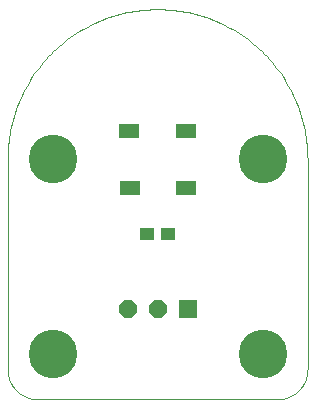
<source format=gts>
G75*
%MOIN*%
%OFA0B0*%
%FSLAX25Y25*%
%IPPOS*%
%LPD*%
%AMOC8*
5,1,8,0,0,1.08239X$1,22.5*
%
%ADD10R,0.06502X0.05124*%
%ADD11R,0.04731X0.04337*%
%ADD12OC8,0.06000*%
%ADD13R,0.06000X0.06000*%
%ADD14C,0.00000*%
%ADD15C,0.16211*%
D10*
X0047745Y0094557D03*
X0047351Y0113455D03*
X0066249Y0113455D03*
X0066249Y0094557D03*
D11*
X0060146Y0079006D03*
X0053454Y0079006D03*
D12*
X0056800Y0054006D03*
X0046800Y0054006D03*
D13*
X0066800Y0054006D03*
D14*
X0096800Y0024006D02*
X0016800Y0024006D01*
X0016558Y0024009D01*
X0016317Y0024018D01*
X0016076Y0024032D01*
X0015835Y0024053D01*
X0015595Y0024079D01*
X0015355Y0024111D01*
X0015116Y0024149D01*
X0014879Y0024192D01*
X0014642Y0024242D01*
X0014407Y0024297D01*
X0014173Y0024357D01*
X0013941Y0024424D01*
X0013710Y0024495D01*
X0013481Y0024573D01*
X0013254Y0024656D01*
X0013029Y0024744D01*
X0012806Y0024838D01*
X0012586Y0024937D01*
X0012368Y0025042D01*
X0012153Y0025151D01*
X0011940Y0025266D01*
X0011730Y0025386D01*
X0011524Y0025511D01*
X0011320Y0025641D01*
X0011119Y0025776D01*
X0010922Y0025916D01*
X0010728Y0026060D01*
X0010538Y0026209D01*
X0010352Y0026363D01*
X0010169Y0026521D01*
X0009990Y0026683D01*
X0009815Y0026850D01*
X0009644Y0027021D01*
X0009477Y0027196D01*
X0009315Y0027375D01*
X0009157Y0027558D01*
X0009003Y0027744D01*
X0008854Y0027934D01*
X0008710Y0028128D01*
X0008570Y0028325D01*
X0008435Y0028526D01*
X0008305Y0028730D01*
X0008180Y0028936D01*
X0008060Y0029146D01*
X0007945Y0029359D01*
X0007836Y0029574D01*
X0007731Y0029792D01*
X0007632Y0030012D01*
X0007538Y0030235D01*
X0007450Y0030460D01*
X0007367Y0030687D01*
X0007289Y0030916D01*
X0007218Y0031147D01*
X0007151Y0031379D01*
X0007091Y0031613D01*
X0007036Y0031848D01*
X0006986Y0032085D01*
X0006943Y0032322D01*
X0006905Y0032561D01*
X0006873Y0032801D01*
X0006847Y0033041D01*
X0006826Y0033282D01*
X0006812Y0033523D01*
X0006803Y0033764D01*
X0006800Y0034006D01*
X0006800Y0104006D01*
X0006815Y0105224D01*
X0006859Y0106440D01*
X0006933Y0107656D01*
X0007037Y0108869D01*
X0007170Y0110079D01*
X0007333Y0111286D01*
X0007525Y0112488D01*
X0007746Y0113686D01*
X0007996Y0114878D01*
X0008275Y0116063D01*
X0008583Y0117241D01*
X0008920Y0118411D01*
X0009285Y0119573D01*
X0009678Y0120725D01*
X0010099Y0121868D01*
X0010548Y0122999D01*
X0011024Y0124120D01*
X0011528Y0125229D01*
X0012058Y0126325D01*
X0012615Y0127408D01*
X0013198Y0128477D01*
X0013806Y0129531D01*
X0014441Y0130571D01*
X0015100Y0131594D01*
X0015784Y0132602D01*
X0016493Y0133592D01*
X0017225Y0134565D01*
X0017981Y0135519D01*
X0018760Y0136455D01*
X0019561Y0137372D01*
X0020385Y0138269D01*
X0021230Y0139145D01*
X0022096Y0140001D01*
X0022983Y0140836D01*
X0023890Y0141648D01*
X0024816Y0142438D01*
X0025762Y0143206D01*
X0026725Y0143950D01*
X0027707Y0144670D01*
X0028706Y0145367D01*
X0029721Y0146039D01*
X0030753Y0146686D01*
X0031800Y0147307D01*
X0032862Y0147903D01*
X0033938Y0148473D01*
X0035027Y0149017D01*
X0036130Y0149533D01*
X0037245Y0150023D01*
X0038371Y0150486D01*
X0039508Y0150921D01*
X0040656Y0151328D01*
X0041813Y0151707D01*
X0042979Y0152058D01*
X0044153Y0152380D01*
X0045335Y0152674D01*
X0046524Y0152939D01*
X0047718Y0153174D01*
X0048918Y0153381D01*
X0050123Y0153558D01*
X0051331Y0153706D01*
X0052543Y0153824D01*
X0053758Y0153913D01*
X0054974Y0153973D01*
X0056191Y0154002D01*
X0057409Y0154002D01*
X0058626Y0153973D01*
X0059842Y0153913D01*
X0061057Y0153824D01*
X0062269Y0153706D01*
X0063477Y0153558D01*
X0064682Y0153381D01*
X0065882Y0153174D01*
X0067076Y0152939D01*
X0068265Y0152674D01*
X0069447Y0152380D01*
X0070621Y0152058D01*
X0071787Y0151707D01*
X0072944Y0151328D01*
X0074092Y0150921D01*
X0075229Y0150486D01*
X0076355Y0150023D01*
X0077470Y0149533D01*
X0078573Y0149017D01*
X0079662Y0148473D01*
X0080738Y0147903D01*
X0081800Y0147307D01*
X0082847Y0146686D01*
X0083879Y0146039D01*
X0084894Y0145367D01*
X0085893Y0144670D01*
X0086875Y0143950D01*
X0087838Y0143206D01*
X0088784Y0142438D01*
X0089710Y0141648D01*
X0090617Y0140836D01*
X0091504Y0140001D01*
X0092370Y0139145D01*
X0093215Y0138269D01*
X0094039Y0137372D01*
X0094840Y0136455D01*
X0095619Y0135519D01*
X0096375Y0134565D01*
X0097107Y0133592D01*
X0097816Y0132602D01*
X0098500Y0131594D01*
X0099159Y0130571D01*
X0099794Y0129531D01*
X0100402Y0128477D01*
X0100985Y0127408D01*
X0101542Y0126325D01*
X0102072Y0125229D01*
X0102576Y0124120D01*
X0103052Y0122999D01*
X0103501Y0121868D01*
X0103922Y0120725D01*
X0104315Y0119573D01*
X0104680Y0118411D01*
X0105017Y0117241D01*
X0105325Y0116063D01*
X0105604Y0114878D01*
X0105854Y0113686D01*
X0106075Y0112488D01*
X0106267Y0111286D01*
X0106430Y0110079D01*
X0106563Y0108869D01*
X0106667Y0107656D01*
X0106741Y0106440D01*
X0106785Y0105224D01*
X0106800Y0104006D01*
X0106800Y0034006D01*
X0106797Y0033764D01*
X0106788Y0033523D01*
X0106774Y0033282D01*
X0106753Y0033041D01*
X0106727Y0032801D01*
X0106695Y0032561D01*
X0106657Y0032322D01*
X0106614Y0032085D01*
X0106564Y0031848D01*
X0106509Y0031613D01*
X0106449Y0031379D01*
X0106382Y0031147D01*
X0106311Y0030916D01*
X0106233Y0030687D01*
X0106150Y0030460D01*
X0106062Y0030235D01*
X0105968Y0030012D01*
X0105869Y0029792D01*
X0105764Y0029574D01*
X0105655Y0029359D01*
X0105540Y0029146D01*
X0105420Y0028936D01*
X0105295Y0028730D01*
X0105165Y0028526D01*
X0105030Y0028325D01*
X0104890Y0028128D01*
X0104746Y0027934D01*
X0104597Y0027744D01*
X0104443Y0027558D01*
X0104285Y0027375D01*
X0104123Y0027196D01*
X0103956Y0027021D01*
X0103785Y0026850D01*
X0103610Y0026683D01*
X0103431Y0026521D01*
X0103248Y0026363D01*
X0103062Y0026209D01*
X0102872Y0026060D01*
X0102678Y0025916D01*
X0102481Y0025776D01*
X0102280Y0025641D01*
X0102076Y0025511D01*
X0101870Y0025386D01*
X0101660Y0025266D01*
X0101447Y0025151D01*
X0101232Y0025042D01*
X0101014Y0024937D01*
X0100794Y0024838D01*
X0100571Y0024744D01*
X0100346Y0024656D01*
X0100119Y0024573D01*
X0099890Y0024495D01*
X0099659Y0024424D01*
X0099427Y0024357D01*
X0099193Y0024297D01*
X0098958Y0024242D01*
X0098721Y0024192D01*
X0098484Y0024149D01*
X0098245Y0024111D01*
X0098005Y0024079D01*
X0097765Y0024053D01*
X0097524Y0024032D01*
X0097283Y0024018D01*
X0097042Y0024009D01*
X0096800Y0024006D01*
D15*
X0091800Y0039006D03*
X0091800Y0104006D03*
X0021800Y0104006D03*
X0021800Y0039006D03*
M02*

</source>
